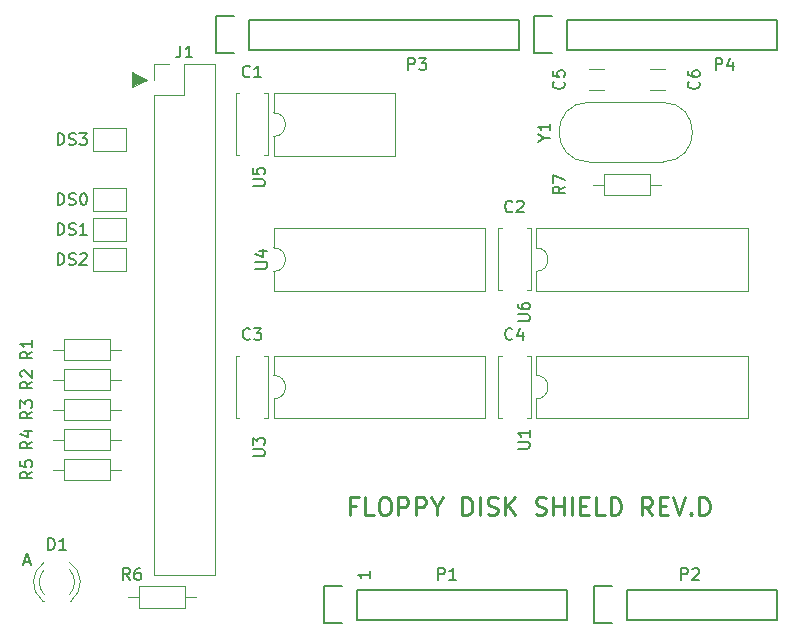
<source format=gto>
G04 #@! TF.GenerationSoftware,KiCad,Pcbnew,(5.1.6)-1*
G04 #@! TF.CreationDate,2020-07-20T23:04:45+09:00*
G04 #@! TF.ProjectId,fdshield,66647368-6965-46c6-942e-6b696361645f,rev?*
G04 #@! TF.SameCoordinates,Original*
G04 #@! TF.FileFunction,Legend,Top*
G04 #@! TF.FilePolarity,Positive*
%FSLAX46Y46*%
G04 Gerber Fmt 4.6, Leading zero omitted, Abs format (unit mm)*
G04 Created by KiCad (PCBNEW (5.1.6)-1) date 2020-07-20 23:04:45*
%MOMM*%
%LPD*%
G01*
G04 APERTURE LIST*
%ADD10C,0.100000*%
%ADD11C,0.150000*%
%ADD12C,0.250000*%
%ADD13C,0.120000*%
G04 APERTURE END LIST*
D10*
G36*
X122428000Y-79375000D02*
G01*
X121158000Y-80010000D01*
X121158000Y-78740000D01*
X122428000Y-79375000D01*
G37*
X122428000Y-79375000D02*
X121158000Y-80010000D01*
X121158000Y-78740000D01*
X122428000Y-79375000D01*
D11*
X112029904Y-120181666D02*
X112506095Y-120181666D01*
X111934666Y-120467380D02*
X112268000Y-119467380D01*
X112601333Y-120467380D01*
X141295380Y-120999285D02*
X141295380Y-121570714D01*
X141295380Y-121285000D02*
X140295380Y-121285000D01*
X140438238Y-121380238D01*
X140533476Y-121475476D01*
X140581095Y-121570714D01*
D12*
X140134428Y-115462857D02*
X139634428Y-115462857D01*
X139634428Y-116248571D02*
X139634428Y-114748571D01*
X140348714Y-114748571D01*
X141634428Y-116248571D02*
X140920142Y-116248571D01*
X140920142Y-114748571D01*
X142420142Y-114748571D02*
X142705857Y-114748571D01*
X142848714Y-114820000D01*
X142991571Y-114962857D01*
X143063000Y-115248571D01*
X143063000Y-115748571D01*
X142991571Y-116034285D01*
X142848714Y-116177142D01*
X142705857Y-116248571D01*
X142420142Y-116248571D01*
X142277285Y-116177142D01*
X142134428Y-116034285D01*
X142063000Y-115748571D01*
X142063000Y-115248571D01*
X142134428Y-114962857D01*
X142277285Y-114820000D01*
X142420142Y-114748571D01*
X143705857Y-116248571D02*
X143705857Y-114748571D01*
X144277285Y-114748571D01*
X144420142Y-114820000D01*
X144491571Y-114891428D01*
X144563000Y-115034285D01*
X144563000Y-115248571D01*
X144491571Y-115391428D01*
X144420142Y-115462857D01*
X144277285Y-115534285D01*
X143705857Y-115534285D01*
X145205857Y-116248571D02*
X145205857Y-114748571D01*
X145777285Y-114748571D01*
X145920142Y-114820000D01*
X145991571Y-114891428D01*
X146063000Y-115034285D01*
X146063000Y-115248571D01*
X145991571Y-115391428D01*
X145920142Y-115462857D01*
X145777285Y-115534285D01*
X145205857Y-115534285D01*
X146991571Y-115534285D02*
X146991571Y-116248571D01*
X146491571Y-114748571D02*
X146991571Y-115534285D01*
X147491571Y-114748571D01*
X149134428Y-116248571D02*
X149134428Y-114748571D01*
X149491571Y-114748571D01*
X149705857Y-114820000D01*
X149848714Y-114962857D01*
X149920142Y-115105714D01*
X149991571Y-115391428D01*
X149991571Y-115605714D01*
X149920142Y-115891428D01*
X149848714Y-116034285D01*
X149705857Y-116177142D01*
X149491571Y-116248571D01*
X149134428Y-116248571D01*
X150634428Y-116248571D02*
X150634428Y-114748571D01*
X151277285Y-116177142D02*
X151491571Y-116248571D01*
X151848714Y-116248571D01*
X151991571Y-116177142D01*
X152063000Y-116105714D01*
X152134428Y-115962857D01*
X152134428Y-115820000D01*
X152063000Y-115677142D01*
X151991571Y-115605714D01*
X151848714Y-115534285D01*
X151563000Y-115462857D01*
X151420142Y-115391428D01*
X151348714Y-115320000D01*
X151277285Y-115177142D01*
X151277285Y-115034285D01*
X151348714Y-114891428D01*
X151420142Y-114820000D01*
X151563000Y-114748571D01*
X151920142Y-114748571D01*
X152134428Y-114820000D01*
X152777285Y-116248571D02*
X152777285Y-114748571D01*
X153634428Y-116248571D02*
X152991571Y-115391428D01*
X153634428Y-114748571D02*
X152777285Y-115605714D01*
X155348714Y-116177142D02*
X155563000Y-116248571D01*
X155920142Y-116248571D01*
X156063000Y-116177142D01*
X156134428Y-116105714D01*
X156205857Y-115962857D01*
X156205857Y-115820000D01*
X156134428Y-115677142D01*
X156063000Y-115605714D01*
X155920142Y-115534285D01*
X155634428Y-115462857D01*
X155491571Y-115391428D01*
X155420142Y-115320000D01*
X155348714Y-115177142D01*
X155348714Y-115034285D01*
X155420142Y-114891428D01*
X155491571Y-114820000D01*
X155634428Y-114748571D01*
X155991571Y-114748571D01*
X156205857Y-114820000D01*
X156848714Y-116248571D02*
X156848714Y-114748571D01*
X156848714Y-115462857D02*
X157705857Y-115462857D01*
X157705857Y-116248571D02*
X157705857Y-114748571D01*
X158420142Y-116248571D02*
X158420142Y-114748571D01*
X159134428Y-115462857D02*
X159634428Y-115462857D01*
X159848714Y-116248571D02*
X159134428Y-116248571D01*
X159134428Y-114748571D01*
X159848714Y-114748571D01*
X161205857Y-116248571D02*
X160491571Y-116248571D01*
X160491571Y-114748571D01*
X161705857Y-116248571D02*
X161705857Y-114748571D01*
X162063000Y-114748571D01*
X162277285Y-114820000D01*
X162420142Y-114962857D01*
X162491571Y-115105714D01*
X162563000Y-115391428D01*
X162563000Y-115605714D01*
X162491571Y-115891428D01*
X162420142Y-116034285D01*
X162277285Y-116177142D01*
X162063000Y-116248571D01*
X161705857Y-116248571D01*
X165205857Y-116248571D02*
X164705857Y-115534285D01*
X164348714Y-116248571D02*
X164348714Y-114748571D01*
X164920142Y-114748571D01*
X165063000Y-114820000D01*
X165134428Y-114891428D01*
X165205857Y-115034285D01*
X165205857Y-115248571D01*
X165134428Y-115391428D01*
X165063000Y-115462857D01*
X164920142Y-115534285D01*
X164348714Y-115534285D01*
X165848714Y-115462857D02*
X166348714Y-115462857D01*
X166563000Y-116248571D02*
X165848714Y-116248571D01*
X165848714Y-114748571D01*
X166563000Y-114748571D01*
X166991571Y-114748571D02*
X167491571Y-116248571D01*
X167991571Y-114748571D01*
X168491571Y-116105714D02*
X168563000Y-116177142D01*
X168491571Y-116248571D01*
X168420142Y-116177142D01*
X168491571Y-116105714D01*
X168491571Y-116248571D01*
X169205857Y-116248571D02*
X169205857Y-114748571D01*
X169563000Y-114748571D01*
X169777285Y-114820000D01*
X169920142Y-114962857D01*
X169991571Y-115105714D01*
X170063000Y-115391428D01*
X170063000Y-115605714D01*
X169991571Y-115891428D01*
X169920142Y-116034285D01*
X169777285Y-116177142D01*
X169563000Y-116248571D01*
X169205857Y-116248571D01*
D13*
G04 #@! TO.C,R4*
X120218000Y-109855000D02*
X119268000Y-109855000D01*
X114478000Y-109855000D02*
X115428000Y-109855000D01*
X119268000Y-108935000D02*
X115428000Y-108935000D01*
X119268000Y-110775000D02*
X119268000Y-108935000D01*
X115428000Y-110775000D02*
X119268000Y-110775000D01*
X115428000Y-108935000D02*
X115428000Y-110775000D01*
G04 #@! TO.C,U6*
X155388000Y-91965000D02*
X155388000Y-93615000D01*
X173288000Y-91965000D02*
X155388000Y-91965000D01*
X173288000Y-97265000D02*
X173288000Y-91965000D01*
X155388000Y-97265000D02*
X173288000Y-97265000D01*
X155388000Y-95615000D02*
X155388000Y-97265000D01*
X155388000Y-93615000D02*
G75*
G02*
X155388000Y-95615000I0J-1000000D01*
G01*
G04 #@! TO.C,U5*
X133163000Y-80535000D02*
X133163000Y-82185000D01*
X143443000Y-80535000D02*
X133163000Y-80535000D01*
X143443000Y-85835000D02*
X143443000Y-80535000D01*
X133163000Y-85835000D02*
X143443000Y-85835000D01*
X133163000Y-84185000D02*
X133163000Y-85835000D01*
X133163000Y-82185000D02*
G75*
G02*
X133163000Y-84185000I0J-1000000D01*
G01*
G04 #@! TO.C,U4*
X133163000Y-91965000D02*
X133163000Y-93615000D01*
X151063000Y-91965000D02*
X133163000Y-91965000D01*
X151063000Y-97265000D02*
X151063000Y-91965000D01*
X133163000Y-97265000D02*
X151063000Y-97265000D01*
X133163000Y-95615000D02*
X133163000Y-97265000D01*
X133163000Y-93615000D02*
G75*
G02*
X133163000Y-95615000I0J-1000000D01*
G01*
G04 #@! TO.C,U3*
X133163000Y-102760000D02*
X133163000Y-104410000D01*
X151063000Y-102760000D02*
X133163000Y-102760000D01*
X151063000Y-108060000D02*
X151063000Y-102760000D01*
X133163000Y-108060000D02*
X151063000Y-108060000D01*
X133163000Y-106410000D02*
X133163000Y-108060000D01*
X133163000Y-104410000D02*
G75*
G02*
X133163000Y-106410000I0J-1000000D01*
G01*
G04 #@! TO.C,U1*
X155388000Y-102760000D02*
X155388000Y-104410000D01*
X173288000Y-102760000D02*
X155388000Y-102760000D01*
X173288000Y-108060000D02*
X173288000Y-102760000D01*
X155388000Y-108060000D02*
X173288000Y-108060000D01*
X155388000Y-106410000D02*
X155388000Y-108060000D01*
X155388000Y-104410000D02*
G75*
G02*
X155388000Y-106410000I0J-1000000D01*
G01*
G04 #@! TO.C,R7*
X160198000Y-88265000D02*
X161148000Y-88265000D01*
X165938000Y-88265000D02*
X164988000Y-88265000D01*
X161148000Y-89185000D02*
X164988000Y-89185000D01*
X161148000Y-87345000D02*
X161148000Y-89185000D01*
X164988000Y-87345000D02*
X161148000Y-87345000D01*
X164988000Y-89185000D02*
X164988000Y-87345000D01*
G04 #@! TO.C,R6*
X126568000Y-123190000D02*
X125618000Y-123190000D01*
X120828000Y-123190000D02*
X121778000Y-123190000D01*
X125618000Y-122270000D02*
X121778000Y-122270000D01*
X125618000Y-124110000D02*
X125618000Y-122270000D01*
X121778000Y-124110000D02*
X125618000Y-124110000D01*
X121778000Y-122270000D02*
X121778000Y-124110000D01*
G04 #@! TO.C,R5*
X120218000Y-112395000D02*
X119268000Y-112395000D01*
X114478000Y-112395000D02*
X115428000Y-112395000D01*
X119268000Y-111475000D02*
X115428000Y-111475000D01*
X119268000Y-113315000D02*
X119268000Y-111475000D01*
X115428000Y-113315000D02*
X119268000Y-113315000D01*
X115428000Y-111475000D02*
X115428000Y-113315000D01*
G04 #@! TO.C,R3*
X120218000Y-107315000D02*
X119268000Y-107315000D01*
X114478000Y-107315000D02*
X115428000Y-107315000D01*
X119268000Y-106395000D02*
X115428000Y-106395000D01*
X119268000Y-108235000D02*
X119268000Y-106395000D01*
X115428000Y-108235000D02*
X119268000Y-108235000D01*
X115428000Y-106395000D02*
X115428000Y-108235000D01*
G04 #@! TO.C,R2*
X120218000Y-104775000D02*
X119268000Y-104775000D01*
X114478000Y-104775000D02*
X115428000Y-104775000D01*
X119268000Y-103855000D02*
X115428000Y-103855000D01*
X119268000Y-105695000D02*
X119268000Y-103855000D01*
X115428000Y-105695000D02*
X119268000Y-105695000D01*
X115428000Y-103855000D02*
X115428000Y-105695000D01*
G04 #@! TO.C,R1*
X120218000Y-102235000D02*
X119268000Y-102235000D01*
X114478000Y-102235000D02*
X115428000Y-102235000D01*
X119268000Y-101315000D02*
X115428000Y-101315000D01*
X119268000Y-103155000D02*
X119268000Y-101315000D01*
X115428000Y-103155000D02*
X119268000Y-103155000D01*
X115428000Y-101315000D02*
X115428000Y-103155000D01*
G04 #@! TO.C,C6*
X166257000Y-78455000D02*
X164999000Y-78455000D01*
X166257000Y-80295000D02*
X164999000Y-80295000D01*
G04 #@! TO.C,C5*
X159879000Y-80295000D02*
X161137000Y-80295000D01*
X159879000Y-78455000D02*
X161137000Y-78455000D01*
G04 #@! TO.C,C4*
X152488000Y-107990000D02*
X152173000Y-107990000D01*
X154913000Y-107990000D02*
X154598000Y-107990000D01*
X152488000Y-102750000D02*
X152173000Y-102750000D01*
X154913000Y-102750000D02*
X154598000Y-102750000D01*
X152173000Y-102750000D02*
X152173000Y-107990000D01*
X154913000Y-102750000D02*
X154913000Y-107990000D01*
G04 #@! TO.C,C3*
X130263000Y-107990000D02*
X129948000Y-107990000D01*
X132688000Y-107990000D02*
X132373000Y-107990000D01*
X130263000Y-102750000D02*
X129948000Y-102750000D01*
X132688000Y-102750000D02*
X132373000Y-102750000D01*
X129948000Y-102750000D02*
X129948000Y-107990000D01*
X132688000Y-102750000D02*
X132688000Y-107990000D01*
G04 #@! TO.C,C2*
X152488000Y-97195000D02*
X152173000Y-97195000D01*
X154913000Y-97195000D02*
X154598000Y-97195000D01*
X152488000Y-91955000D02*
X152173000Y-91955000D01*
X154913000Y-91955000D02*
X154598000Y-91955000D01*
X152173000Y-91955000D02*
X152173000Y-97195000D01*
X154913000Y-91955000D02*
X154913000Y-97195000D01*
G04 #@! TO.C,C1*
X130263000Y-85765000D02*
X129948000Y-85765000D01*
X132688000Y-85765000D02*
X132373000Y-85765000D01*
X130263000Y-80525000D02*
X129948000Y-80525000D01*
X132688000Y-80525000D02*
X132373000Y-80525000D01*
X129948000Y-80525000D02*
X129948000Y-85765000D01*
X132688000Y-80525000D02*
X132688000Y-85765000D01*
G04 #@! TO.C,DS0*
X120653000Y-88535000D02*
X120653000Y-90535000D01*
X117853000Y-88535000D02*
X120653000Y-88535000D01*
X117853000Y-90535000D02*
X117853000Y-88535000D01*
X120653000Y-90535000D02*
X117853000Y-90535000D01*
G04 #@! TO.C,J1*
X123003000Y-121345000D02*
X128203000Y-121345000D01*
X123003000Y-80645000D02*
X123003000Y-121345000D01*
X128203000Y-78045000D02*
X128203000Y-121345000D01*
X123003000Y-80645000D02*
X125603000Y-80645000D01*
X125603000Y-80645000D02*
X125603000Y-78045000D01*
X125603000Y-78045000D02*
X128203000Y-78045000D01*
X123003000Y-79375000D02*
X123003000Y-78045000D01*
X123003000Y-78045000D02*
X124333000Y-78045000D01*
G04 #@! TO.C,DS2*
X120653000Y-93615000D02*
X120653000Y-95615000D01*
X117853000Y-93615000D02*
X120653000Y-93615000D01*
X117853000Y-95615000D02*
X117853000Y-93615000D01*
X120653000Y-95615000D02*
X117853000Y-95615000D01*
G04 #@! TO.C,D1*
X113572000Y-123480000D02*
X113728000Y-123480000D01*
X115888000Y-123480000D02*
X116044000Y-123480000D01*
X115887837Y-120878870D02*
G75*
G02*
X115888000Y-122960961I-1079837J-1041130D01*
G01*
X113728163Y-120878870D02*
G75*
G03*
X113728000Y-122960961I1079837J-1041130D01*
G01*
X115886608Y-120247665D02*
G75*
G02*
X116043516Y-123480000I-1078608J-1672335D01*
G01*
X113729392Y-120247665D02*
G75*
G03*
X113572484Y-123480000I1078608J-1672335D01*
G01*
G04 #@! TO.C,DS3*
X120653000Y-83455000D02*
X120653000Y-85455000D01*
X117853000Y-83455000D02*
X120653000Y-83455000D01*
X117853000Y-85455000D02*
X117853000Y-83455000D01*
X120653000Y-85455000D02*
X117853000Y-85455000D01*
G04 #@! TO.C,DS1*
X120668000Y-91075000D02*
X120668000Y-93075000D01*
X117868000Y-91075000D02*
X120668000Y-91075000D01*
X117868000Y-93075000D02*
X117868000Y-91075000D01*
X120668000Y-93075000D02*
X117868000Y-93075000D01*
G04 #@! TO.C,Y1*
X159843000Y-86345000D02*
X166093000Y-86345000D01*
X159843000Y-81295000D02*
X166093000Y-81295000D01*
X166093000Y-86345000D02*
G75*
G03*
X166093000Y-81295000I0J2525000D01*
G01*
X159843000Y-86345000D02*
G75*
G02*
X159843000Y-81295000I0J2525000D01*
G01*
D11*
G04 #@! TO.C,P1*
X140208000Y-125095000D02*
X157988000Y-125095000D01*
X157988000Y-125095000D02*
X157988000Y-122555000D01*
X157988000Y-122555000D02*
X140208000Y-122555000D01*
X137388000Y-125375000D02*
X138938000Y-125375000D01*
X140208000Y-125095000D02*
X140208000Y-122555000D01*
X138938000Y-122275000D02*
X137388000Y-122275000D01*
X137388000Y-122275000D02*
X137388000Y-125375000D01*
G04 #@! TO.C,P2*
X163068000Y-125095000D02*
X175768000Y-125095000D01*
X175768000Y-125095000D02*
X175768000Y-122555000D01*
X175768000Y-122555000D02*
X163068000Y-122555000D01*
X160248000Y-125375000D02*
X161798000Y-125375000D01*
X163068000Y-125095000D02*
X163068000Y-122555000D01*
X161798000Y-122275000D02*
X160248000Y-122275000D01*
X160248000Y-122275000D02*
X160248000Y-125375000D01*
G04 #@! TO.C,P3*
X131064000Y-76835000D02*
X153924000Y-76835000D01*
X153924000Y-76835000D02*
X153924000Y-74295000D01*
X153924000Y-74295000D02*
X131064000Y-74295000D01*
X128244000Y-77115000D02*
X129794000Y-77115000D01*
X131064000Y-76835000D02*
X131064000Y-74295000D01*
X129794000Y-74015000D02*
X128244000Y-74015000D01*
X128244000Y-74015000D02*
X128244000Y-77115000D01*
G04 #@! TO.C,P4*
X157988000Y-76835000D02*
X175768000Y-76835000D01*
X175768000Y-76835000D02*
X175768000Y-74295000D01*
X175768000Y-74295000D02*
X157988000Y-74295000D01*
X155168000Y-77115000D02*
X156718000Y-77115000D01*
X157988000Y-76835000D02*
X157988000Y-74295000D01*
X156718000Y-74015000D02*
X155168000Y-74015000D01*
X155168000Y-74015000D02*
X155168000Y-77115000D01*
G04 #@! TO.C,R4*
X112720380Y-110021666D02*
X112244190Y-110355000D01*
X112720380Y-110593095D02*
X111720380Y-110593095D01*
X111720380Y-110212142D01*
X111768000Y-110116904D01*
X111815619Y-110069285D01*
X111910857Y-110021666D01*
X112053714Y-110021666D01*
X112148952Y-110069285D01*
X112196571Y-110116904D01*
X112244190Y-110212142D01*
X112244190Y-110593095D01*
X112053714Y-109164523D02*
X112720380Y-109164523D01*
X111672761Y-109402619D02*
X112387047Y-109640714D01*
X112387047Y-109021666D01*
G04 #@! TO.C,U6*
X153840380Y-99821904D02*
X154649904Y-99821904D01*
X154745142Y-99774285D01*
X154792761Y-99726666D01*
X154840380Y-99631428D01*
X154840380Y-99440952D01*
X154792761Y-99345714D01*
X154745142Y-99298095D01*
X154649904Y-99250476D01*
X153840380Y-99250476D01*
X153840380Y-98345714D02*
X153840380Y-98536190D01*
X153888000Y-98631428D01*
X153935619Y-98679047D01*
X154078476Y-98774285D01*
X154268952Y-98821904D01*
X154649904Y-98821904D01*
X154745142Y-98774285D01*
X154792761Y-98726666D01*
X154840380Y-98631428D01*
X154840380Y-98440952D01*
X154792761Y-98345714D01*
X154745142Y-98298095D01*
X154649904Y-98250476D01*
X154411809Y-98250476D01*
X154316571Y-98298095D01*
X154268952Y-98345714D01*
X154221333Y-98440952D01*
X154221333Y-98631428D01*
X154268952Y-98726666D01*
X154316571Y-98774285D01*
X154411809Y-98821904D01*
G04 #@! TO.C,U5*
X131405380Y-88391904D02*
X132214904Y-88391904D01*
X132310142Y-88344285D01*
X132357761Y-88296666D01*
X132405380Y-88201428D01*
X132405380Y-88010952D01*
X132357761Y-87915714D01*
X132310142Y-87868095D01*
X132214904Y-87820476D01*
X131405380Y-87820476D01*
X131405380Y-86868095D02*
X131405380Y-87344285D01*
X131881571Y-87391904D01*
X131833952Y-87344285D01*
X131786333Y-87249047D01*
X131786333Y-87010952D01*
X131833952Y-86915714D01*
X131881571Y-86868095D01*
X131976809Y-86820476D01*
X132214904Y-86820476D01*
X132310142Y-86868095D01*
X132357761Y-86915714D01*
X132405380Y-87010952D01*
X132405380Y-87249047D01*
X132357761Y-87344285D01*
X132310142Y-87391904D01*
G04 #@! TO.C,U4*
X131615380Y-95376904D02*
X132424904Y-95376904D01*
X132520142Y-95329285D01*
X132567761Y-95281666D01*
X132615380Y-95186428D01*
X132615380Y-94995952D01*
X132567761Y-94900714D01*
X132520142Y-94853095D01*
X132424904Y-94805476D01*
X131615380Y-94805476D01*
X131948714Y-93900714D02*
X132615380Y-93900714D01*
X131567761Y-94138809D02*
X132282047Y-94376904D01*
X132282047Y-93757857D01*
G04 #@! TO.C,U3*
X131405380Y-111251904D02*
X132214904Y-111251904D01*
X132310142Y-111204285D01*
X132357761Y-111156666D01*
X132405380Y-111061428D01*
X132405380Y-110870952D01*
X132357761Y-110775714D01*
X132310142Y-110728095D01*
X132214904Y-110680476D01*
X131405380Y-110680476D01*
X131405380Y-110299523D02*
X131405380Y-109680476D01*
X131786333Y-110013809D01*
X131786333Y-109870952D01*
X131833952Y-109775714D01*
X131881571Y-109728095D01*
X131976809Y-109680476D01*
X132214904Y-109680476D01*
X132310142Y-109728095D01*
X132357761Y-109775714D01*
X132405380Y-109870952D01*
X132405380Y-110156666D01*
X132357761Y-110251904D01*
X132310142Y-110299523D01*
G04 #@! TO.C,U1*
X153840380Y-110616904D02*
X154649904Y-110616904D01*
X154745142Y-110569285D01*
X154792761Y-110521666D01*
X154840380Y-110426428D01*
X154840380Y-110235952D01*
X154792761Y-110140714D01*
X154745142Y-110093095D01*
X154649904Y-110045476D01*
X153840380Y-110045476D01*
X154840380Y-109045476D02*
X154840380Y-109616904D01*
X154840380Y-109331190D02*
X153840380Y-109331190D01*
X153983238Y-109426428D01*
X154078476Y-109521666D01*
X154126095Y-109616904D01*
G04 #@! TO.C,R7*
X157805380Y-88431666D02*
X157329190Y-88765000D01*
X157805380Y-89003095D02*
X156805380Y-89003095D01*
X156805380Y-88622142D01*
X156853000Y-88526904D01*
X156900619Y-88479285D01*
X156995857Y-88431666D01*
X157138714Y-88431666D01*
X157233952Y-88479285D01*
X157281571Y-88526904D01*
X157329190Y-88622142D01*
X157329190Y-89003095D01*
X156805380Y-88098333D02*
X156805380Y-87431666D01*
X157805380Y-87860238D01*
G04 #@! TO.C,R6*
X120991333Y-121737380D02*
X120658000Y-121261190D01*
X120419904Y-121737380D02*
X120419904Y-120737380D01*
X120800857Y-120737380D01*
X120896095Y-120785000D01*
X120943714Y-120832619D01*
X120991333Y-120927857D01*
X120991333Y-121070714D01*
X120943714Y-121165952D01*
X120896095Y-121213571D01*
X120800857Y-121261190D01*
X120419904Y-121261190D01*
X121848476Y-120737380D02*
X121658000Y-120737380D01*
X121562761Y-120785000D01*
X121515142Y-120832619D01*
X121419904Y-120975476D01*
X121372285Y-121165952D01*
X121372285Y-121546904D01*
X121419904Y-121642142D01*
X121467523Y-121689761D01*
X121562761Y-121737380D01*
X121753238Y-121737380D01*
X121848476Y-121689761D01*
X121896095Y-121642142D01*
X121943714Y-121546904D01*
X121943714Y-121308809D01*
X121896095Y-121213571D01*
X121848476Y-121165952D01*
X121753238Y-121118333D01*
X121562761Y-121118333D01*
X121467523Y-121165952D01*
X121419904Y-121213571D01*
X121372285Y-121308809D01*
G04 #@! TO.C,R5*
X112720380Y-112561666D02*
X112244190Y-112895000D01*
X112720380Y-113133095D02*
X111720380Y-113133095D01*
X111720380Y-112752142D01*
X111768000Y-112656904D01*
X111815619Y-112609285D01*
X111910857Y-112561666D01*
X112053714Y-112561666D01*
X112148952Y-112609285D01*
X112196571Y-112656904D01*
X112244190Y-112752142D01*
X112244190Y-113133095D01*
X111720380Y-111656904D02*
X111720380Y-112133095D01*
X112196571Y-112180714D01*
X112148952Y-112133095D01*
X112101333Y-112037857D01*
X112101333Y-111799761D01*
X112148952Y-111704523D01*
X112196571Y-111656904D01*
X112291809Y-111609285D01*
X112529904Y-111609285D01*
X112625142Y-111656904D01*
X112672761Y-111704523D01*
X112720380Y-111799761D01*
X112720380Y-112037857D01*
X112672761Y-112133095D01*
X112625142Y-112180714D01*
G04 #@! TO.C,R3*
X112720380Y-107481666D02*
X112244190Y-107815000D01*
X112720380Y-108053095D02*
X111720380Y-108053095D01*
X111720380Y-107672142D01*
X111768000Y-107576904D01*
X111815619Y-107529285D01*
X111910857Y-107481666D01*
X112053714Y-107481666D01*
X112148952Y-107529285D01*
X112196571Y-107576904D01*
X112244190Y-107672142D01*
X112244190Y-108053095D01*
X111720380Y-107148333D02*
X111720380Y-106529285D01*
X112101333Y-106862619D01*
X112101333Y-106719761D01*
X112148952Y-106624523D01*
X112196571Y-106576904D01*
X112291809Y-106529285D01*
X112529904Y-106529285D01*
X112625142Y-106576904D01*
X112672761Y-106624523D01*
X112720380Y-106719761D01*
X112720380Y-107005476D01*
X112672761Y-107100714D01*
X112625142Y-107148333D01*
G04 #@! TO.C,R2*
X112720380Y-104941666D02*
X112244190Y-105275000D01*
X112720380Y-105513095D02*
X111720380Y-105513095D01*
X111720380Y-105132142D01*
X111768000Y-105036904D01*
X111815619Y-104989285D01*
X111910857Y-104941666D01*
X112053714Y-104941666D01*
X112148952Y-104989285D01*
X112196571Y-105036904D01*
X112244190Y-105132142D01*
X112244190Y-105513095D01*
X111815619Y-104560714D02*
X111768000Y-104513095D01*
X111720380Y-104417857D01*
X111720380Y-104179761D01*
X111768000Y-104084523D01*
X111815619Y-104036904D01*
X111910857Y-103989285D01*
X112006095Y-103989285D01*
X112148952Y-104036904D01*
X112720380Y-104608333D01*
X112720380Y-103989285D01*
G04 #@! TO.C,R1*
X112720380Y-102401666D02*
X112244190Y-102735000D01*
X112720380Y-102973095D02*
X111720380Y-102973095D01*
X111720380Y-102592142D01*
X111768000Y-102496904D01*
X111815619Y-102449285D01*
X111910857Y-102401666D01*
X112053714Y-102401666D01*
X112148952Y-102449285D01*
X112196571Y-102496904D01*
X112244190Y-102592142D01*
X112244190Y-102973095D01*
X112720380Y-101449285D02*
X112720380Y-102020714D01*
X112720380Y-101735000D02*
X111720380Y-101735000D01*
X111863238Y-101830238D01*
X111958476Y-101925476D01*
X112006095Y-102020714D01*
G04 #@! TO.C,C6*
X169140142Y-79541666D02*
X169187761Y-79589285D01*
X169235380Y-79732142D01*
X169235380Y-79827380D01*
X169187761Y-79970238D01*
X169092523Y-80065476D01*
X168997285Y-80113095D01*
X168806809Y-80160714D01*
X168663952Y-80160714D01*
X168473476Y-80113095D01*
X168378238Y-80065476D01*
X168283000Y-79970238D01*
X168235380Y-79827380D01*
X168235380Y-79732142D01*
X168283000Y-79589285D01*
X168330619Y-79541666D01*
X168235380Y-78684523D02*
X168235380Y-78875000D01*
X168283000Y-78970238D01*
X168330619Y-79017857D01*
X168473476Y-79113095D01*
X168663952Y-79160714D01*
X169044904Y-79160714D01*
X169140142Y-79113095D01*
X169187761Y-79065476D01*
X169235380Y-78970238D01*
X169235380Y-78779761D01*
X169187761Y-78684523D01*
X169140142Y-78636904D01*
X169044904Y-78589285D01*
X168806809Y-78589285D01*
X168711571Y-78636904D01*
X168663952Y-78684523D01*
X168616333Y-78779761D01*
X168616333Y-78970238D01*
X168663952Y-79065476D01*
X168711571Y-79113095D01*
X168806809Y-79160714D01*
G04 #@! TO.C,C5*
X157710142Y-79541666D02*
X157757761Y-79589285D01*
X157805380Y-79732142D01*
X157805380Y-79827380D01*
X157757761Y-79970238D01*
X157662523Y-80065476D01*
X157567285Y-80113095D01*
X157376809Y-80160714D01*
X157233952Y-80160714D01*
X157043476Y-80113095D01*
X156948238Y-80065476D01*
X156853000Y-79970238D01*
X156805380Y-79827380D01*
X156805380Y-79732142D01*
X156853000Y-79589285D01*
X156900619Y-79541666D01*
X156805380Y-78636904D02*
X156805380Y-79113095D01*
X157281571Y-79160714D01*
X157233952Y-79113095D01*
X157186333Y-79017857D01*
X157186333Y-78779761D01*
X157233952Y-78684523D01*
X157281571Y-78636904D01*
X157376809Y-78589285D01*
X157614904Y-78589285D01*
X157710142Y-78636904D01*
X157757761Y-78684523D01*
X157805380Y-78779761D01*
X157805380Y-79017857D01*
X157757761Y-79113095D01*
X157710142Y-79160714D01*
G04 #@! TO.C,C4*
X153376333Y-101322142D02*
X153328714Y-101369761D01*
X153185857Y-101417380D01*
X153090619Y-101417380D01*
X152947761Y-101369761D01*
X152852523Y-101274523D01*
X152804904Y-101179285D01*
X152757285Y-100988809D01*
X152757285Y-100845952D01*
X152804904Y-100655476D01*
X152852523Y-100560238D01*
X152947761Y-100465000D01*
X153090619Y-100417380D01*
X153185857Y-100417380D01*
X153328714Y-100465000D01*
X153376333Y-100512619D01*
X154233476Y-100750714D02*
X154233476Y-101417380D01*
X153995380Y-100369761D02*
X153757285Y-101084047D01*
X154376333Y-101084047D01*
G04 #@! TO.C,C3*
X131151333Y-101322142D02*
X131103714Y-101369761D01*
X130960857Y-101417380D01*
X130865619Y-101417380D01*
X130722761Y-101369761D01*
X130627523Y-101274523D01*
X130579904Y-101179285D01*
X130532285Y-100988809D01*
X130532285Y-100845952D01*
X130579904Y-100655476D01*
X130627523Y-100560238D01*
X130722761Y-100465000D01*
X130865619Y-100417380D01*
X130960857Y-100417380D01*
X131103714Y-100465000D01*
X131151333Y-100512619D01*
X131484666Y-100417380D02*
X132103714Y-100417380D01*
X131770380Y-100798333D01*
X131913238Y-100798333D01*
X132008476Y-100845952D01*
X132056095Y-100893571D01*
X132103714Y-100988809D01*
X132103714Y-101226904D01*
X132056095Y-101322142D01*
X132008476Y-101369761D01*
X131913238Y-101417380D01*
X131627523Y-101417380D01*
X131532285Y-101369761D01*
X131484666Y-101322142D01*
G04 #@! TO.C,C2*
X153376333Y-90527142D02*
X153328714Y-90574761D01*
X153185857Y-90622380D01*
X153090619Y-90622380D01*
X152947761Y-90574761D01*
X152852523Y-90479523D01*
X152804904Y-90384285D01*
X152757285Y-90193809D01*
X152757285Y-90050952D01*
X152804904Y-89860476D01*
X152852523Y-89765238D01*
X152947761Y-89670000D01*
X153090619Y-89622380D01*
X153185857Y-89622380D01*
X153328714Y-89670000D01*
X153376333Y-89717619D01*
X153757285Y-89717619D02*
X153804904Y-89670000D01*
X153900142Y-89622380D01*
X154138238Y-89622380D01*
X154233476Y-89670000D01*
X154281095Y-89717619D01*
X154328714Y-89812857D01*
X154328714Y-89908095D01*
X154281095Y-90050952D01*
X153709666Y-90622380D01*
X154328714Y-90622380D01*
G04 #@! TO.C,C1*
X131151333Y-79097142D02*
X131103714Y-79144761D01*
X130960857Y-79192380D01*
X130865619Y-79192380D01*
X130722761Y-79144761D01*
X130627523Y-79049523D01*
X130579904Y-78954285D01*
X130532285Y-78763809D01*
X130532285Y-78620952D01*
X130579904Y-78430476D01*
X130627523Y-78335238D01*
X130722761Y-78240000D01*
X130865619Y-78192380D01*
X130960857Y-78192380D01*
X131103714Y-78240000D01*
X131151333Y-78287619D01*
X132103714Y-79192380D02*
X131532285Y-79192380D01*
X131818000Y-79192380D02*
X131818000Y-78192380D01*
X131722761Y-78335238D01*
X131627523Y-78430476D01*
X131532285Y-78478095D01*
G04 #@! TO.C,DS0*
X114863714Y-89987380D02*
X114863714Y-88987380D01*
X115101809Y-88987380D01*
X115244666Y-89035000D01*
X115339904Y-89130238D01*
X115387523Y-89225476D01*
X115435142Y-89415952D01*
X115435142Y-89558809D01*
X115387523Y-89749285D01*
X115339904Y-89844523D01*
X115244666Y-89939761D01*
X115101809Y-89987380D01*
X114863714Y-89987380D01*
X115816095Y-89939761D02*
X115958952Y-89987380D01*
X116197047Y-89987380D01*
X116292285Y-89939761D01*
X116339904Y-89892142D01*
X116387523Y-89796904D01*
X116387523Y-89701666D01*
X116339904Y-89606428D01*
X116292285Y-89558809D01*
X116197047Y-89511190D01*
X116006571Y-89463571D01*
X115911333Y-89415952D01*
X115863714Y-89368333D01*
X115816095Y-89273095D01*
X115816095Y-89177857D01*
X115863714Y-89082619D01*
X115911333Y-89035000D01*
X116006571Y-88987380D01*
X116244666Y-88987380D01*
X116387523Y-89035000D01*
X117006571Y-88987380D02*
X117101809Y-88987380D01*
X117197047Y-89035000D01*
X117244666Y-89082619D01*
X117292285Y-89177857D01*
X117339904Y-89368333D01*
X117339904Y-89606428D01*
X117292285Y-89796904D01*
X117244666Y-89892142D01*
X117197047Y-89939761D01*
X117101809Y-89987380D01*
X117006571Y-89987380D01*
X116911333Y-89939761D01*
X116863714Y-89892142D01*
X116816095Y-89796904D01*
X116768476Y-89606428D01*
X116768476Y-89368333D01*
X116816095Y-89177857D01*
X116863714Y-89082619D01*
X116911333Y-89035000D01*
X117006571Y-88987380D01*
G04 #@! TO.C,J1*
X125269666Y-76497380D02*
X125269666Y-77211666D01*
X125222047Y-77354523D01*
X125126809Y-77449761D01*
X124983952Y-77497380D01*
X124888714Y-77497380D01*
X126269666Y-77497380D02*
X125698238Y-77497380D01*
X125983952Y-77497380D02*
X125983952Y-76497380D01*
X125888714Y-76640238D01*
X125793476Y-76735476D01*
X125698238Y-76783095D01*
G04 #@! TO.C,DS2*
X114863714Y-95067380D02*
X114863714Y-94067380D01*
X115101809Y-94067380D01*
X115244666Y-94115000D01*
X115339904Y-94210238D01*
X115387523Y-94305476D01*
X115435142Y-94495952D01*
X115435142Y-94638809D01*
X115387523Y-94829285D01*
X115339904Y-94924523D01*
X115244666Y-95019761D01*
X115101809Y-95067380D01*
X114863714Y-95067380D01*
X115816095Y-95019761D02*
X115958952Y-95067380D01*
X116197047Y-95067380D01*
X116292285Y-95019761D01*
X116339904Y-94972142D01*
X116387523Y-94876904D01*
X116387523Y-94781666D01*
X116339904Y-94686428D01*
X116292285Y-94638809D01*
X116197047Y-94591190D01*
X116006571Y-94543571D01*
X115911333Y-94495952D01*
X115863714Y-94448333D01*
X115816095Y-94353095D01*
X115816095Y-94257857D01*
X115863714Y-94162619D01*
X115911333Y-94115000D01*
X116006571Y-94067380D01*
X116244666Y-94067380D01*
X116387523Y-94115000D01*
X116768476Y-94162619D02*
X116816095Y-94115000D01*
X116911333Y-94067380D01*
X117149428Y-94067380D01*
X117244666Y-94115000D01*
X117292285Y-94162619D01*
X117339904Y-94257857D01*
X117339904Y-94353095D01*
X117292285Y-94495952D01*
X116720857Y-95067380D01*
X117339904Y-95067380D01*
G04 #@! TO.C,D1*
X114069904Y-119197380D02*
X114069904Y-118197380D01*
X114308000Y-118197380D01*
X114450857Y-118245000D01*
X114546095Y-118340238D01*
X114593714Y-118435476D01*
X114641333Y-118625952D01*
X114641333Y-118768809D01*
X114593714Y-118959285D01*
X114546095Y-119054523D01*
X114450857Y-119149761D01*
X114308000Y-119197380D01*
X114069904Y-119197380D01*
X115593714Y-119197380D02*
X115022285Y-119197380D01*
X115308000Y-119197380D02*
X115308000Y-118197380D01*
X115212761Y-118340238D01*
X115117523Y-118435476D01*
X115022285Y-118483095D01*
G04 #@! TO.C,DS3*
X114863714Y-84907380D02*
X114863714Y-83907380D01*
X115101809Y-83907380D01*
X115244666Y-83955000D01*
X115339904Y-84050238D01*
X115387523Y-84145476D01*
X115435142Y-84335952D01*
X115435142Y-84478809D01*
X115387523Y-84669285D01*
X115339904Y-84764523D01*
X115244666Y-84859761D01*
X115101809Y-84907380D01*
X114863714Y-84907380D01*
X115816095Y-84859761D02*
X115958952Y-84907380D01*
X116197047Y-84907380D01*
X116292285Y-84859761D01*
X116339904Y-84812142D01*
X116387523Y-84716904D01*
X116387523Y-84621666D01*
X116339904Y-84526428D01*
X116292285Y-84478809D01*
X116197047Y-84431190D01*
X116006571Y-84383571D01*
X115911333Y-84335952D01*
X115863714Y-84288333D01*
X115816095Y-84193095D01*
X115816095Y-84097857D01*
X115863714Y-84002619D01*
X115911333Y-83955000D01*
X116006571Y-83907380D01*
X116244666Y-83907380D01*
X116387523Y-83955000D01*
X116720857Y-83907380D02*
X117339904Y-83907380D01*
X117006571Y-84288333D01*
X117149428Y-84288333D01*
X117244666Y-84335952D01*
X117292285Y-84383571D01*
X117339904Y-84478809D01*
X117339904Y-84716904D01*
X117292285Y-84812142D01*
X117244666Y-84859761D01*
X117149428Y-84907380D01*
X116863714Y-84907380D01*
X116768476Y-84859761D01*
X116720857Y-84812142D01*
G04 #@! TO.C,DS1*
X114863714Y-92527380D02*
X114863714Y-91527380D01*
X115101809Y-91527380D01*
X115244666Y-91575000D01*
X115339904Y-91670238D01*
X115387523Y-91765476D01*
X115435142Y-91955952D01*
X115435142Y-92098809D01*
X115387523Y-92289285D01*
X115339904Y-92384523D01*
X115244666Y-92479761D01*
X115101809Y-92527380D01*
X114863714Y-92527380D01*
X115816095Y-92479761D02*
X115958952Y-92527380D01*
X116197047Y-92527380D01*
X116292285Y-92479761D01*
X116339904Y-92432142D01*
X116387523Y-92336904D01*
X116387523Y-92241666D01*
X116339904Y-92146428D01*
X116292285Y-92098809D01*
X116197047Y-92051190D01*
X116006571Y-92003571D01*
X115911333Y-91955952D01*
X115863714Y-91908333D01*
X115816095Y-91813095D01*
X115816095Y-91717857D01*
X115863714Y-91622619D01*
X115911333Y-91575000D01*
X116006571Y-91527380D01*
X116244666Y-91527380D01*
X116387523Y-91575000D01*
X117339904Y-92527380D02*
X116768476Y-92527380D01*
X117054190Y-92527380D02*
X117054190Y-91527380D01*
X116958952Y-91670238D01*
X116863714Y-91765476D01*
X116768476Y-91813095D01*
G04 #@! TO.C,Y1*
X156059190Y-84296190D02*
X156535380Y-84296190D01*
X155535380Y-84629523D02*
X156059190Y-84296190D01*
X155535380Y-83962857D01*
X156535380Y-83105714D02*
X156535380Y-83677142D01*
X156535380Y-83391428D02*
X155535380Y-83391428D01*
X155678238Y-83486666D01*
X155773476Y-83581904D01*
X155821095Y-83677142D01*
G04 #@! TO.C,P1*
X147089904Y-121737380D02*
X147089904Y-120737380D01*
X147470857Y-120737380D01*
X147566095Y-120785000D01*
X147613714Y-120832619D01*
X147661333Y-120927857D01*
X147661333Y-121070714D01*
X147613714Y-121165952D01*
X147566095Y-121213571D01*
X147470857Y-121261190D01*
X147089904Y-121261190D01*
X148613714Y-121737380D02*
X148042285Y-121737380D01*
X148328000Y-121737380D02*
X148328000Y-120737380D01*
X148232761Y-120880238D01*
X148137523Y-120975476D01*
X148042285Y-121023095D01*
G04 #@! TO.C,P2*
X167663904Y-121737380D02*
X167663904Y-120737380D01*
X168044857Y-120737380D01*
X168140095Y-120785000D01*
X168187714Y-120832619D01*
X168235333Y-120927857D01*
X168235333Y-121070714D01*
X168187714Y-121165952D01*
X168140095Y-121213571D01*
X168044857Y-121261190D01*
X167663904Y-121261190D01*
X168616285Y-120832619D02*
X168663904Y-120785000D01*
X168759142Y-120737380D01*
X168997238Y-120737380D01*
X169092476Y-120785000D01*
X169140095Y-120832619D01*
X169187714Y-120927857D01*
X169187714Y-121023095D01*
X169140095Y-121165952D01*
X168568666Y-121737380D01*
X169187714Y-121737380D01*
G04 #@! TO.C,P3*
X144549904Y-78557380D02*
X144549904Y-77557380D01*
X144930857Y-77557380D01*
X145026095Y-77605000D01*
X145073714Y-77652619D01*
X145121333Y-77747857D01*
X145121333Y-77890714D01*
X145073714Y-77985952D01*
X145026095Y-78033571D01*
X144930857Y-78081190D01*
X144549904Y-78081190D01*
X145454666Y-77557380D02*
X146073714Y-77557380D01*
X145740380Y-77938333D01*
X145883238Y-77938333D01*
X145978476Y-77985952D01*
X146026095Y-78033571D01*
X146073714Y-78128809D01*
X146073714Y-78366904D01*
X146026095Y-78462142D01*
X145978476Y-78509761D01*
X145883238Y-78557380D01*
X145597523Y-78557380D01*
X145502285Y-78509761D01*
X145454666Y-78462142D01*
G04 #@! TO.C,P4*
X170584904Y-78557380D02*
X170584904Y-77557380D01*
X170965857Y-77557380D01*
X171061095Y-77605000D01*
X171108714Y-77652619D01*
X171156333Y-77747857D01*
X171156333Y-77890714D01*
X171108714Y-77985952D01*
X171061095Y-78033571D01*
X170965857Y-78081190D01*
X170584904Y-78081190D01*
X172013476Y-77890714D02*
X172013476Y-78557380D01*
X171775380Y-77509761D02*
X171537285Y-78224047D01*
X172156333Y-78224047D01*
G04 #@! TD*
M02*

</source>
